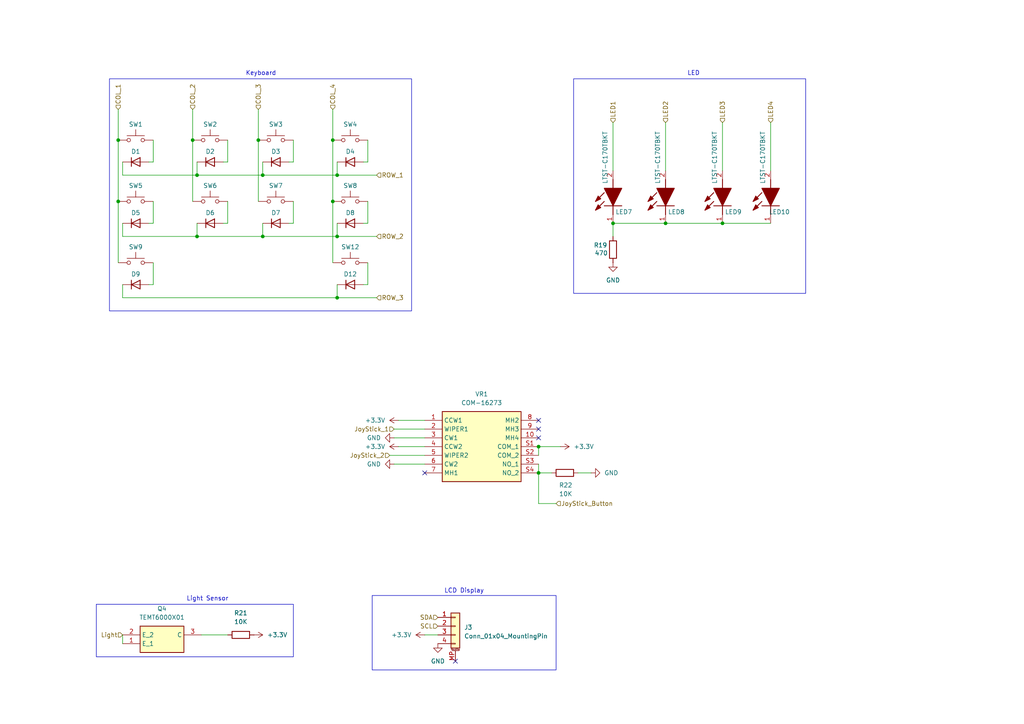
<source format=kicad_sch>
(kicad_sch (version 20250114) (generator "eeschema") (generator_version "9.0")
  (paper "A4")
  (title_block (title "Media-Macroboard - Sensor - Interface"))
  (lib_symbols
    (symbol "COM-16273:COM-16273"
      (property "Reference" "VR" (at 29.21 7.62 0))
      (property "Value" "COM-16273" (at 29.21 5.08 0))
      (symbol "COM-16273_1_1"
        (rectangle (start 5.08 2.54) (end 27.94 -17.78) (stroke (width 0.254)) (fill (type background)))
        (pin passive line (at 0 0 0) (length 5.08) (name "CCW1") (number "1"))
        (pin passive line (at 0 -2.54 0) (length 5.08) (name "WIPER1") (number "2"))
        (pin passive line (at 0 -5.08 0) (length 5.08) (name "CW1") (number "3"))
        (pin passive line (at 0 -7.62 0) (length 5.08) (name "CCW2") (number "4"))
        (pin passive line (at 0 -10.16 0) (length 5.08) (name "WIPER2") (number "5"))
        (pin passive line (at 0 -12.7 0) (length 5.08) (name "CW2") (number "6"))
        (pin passive line (at 0 -15.24 0) (length 5.08) (name "MH1") (number "7"))
        (pin passive line (at 33.02 0 180) (length 5.08) (name "MH2") (number "8"))
        (pin passive line (at 33.02 -2.54 180) (length 5.08) (name "MH3") (number "9"))
        (pin passive line (at 33.02 -5.08 180) (length 5.08) (name "MH4") (number "10"))
        (pin passive line (at 33.02 -7.62 180) (length 5.08) (name "COM_1") (number "S1"))
        (pin passive line (at 33.02 -10.16 180) (length 5.08) (name "COM_2") (number "S2"))
        (pin passive line (at 33.02 -12.7 180) (length 5.08) (name "NO_1") (number "S3"))
        (pin passive line (at 33.02 -15.24 180) (length 5.08) (name "NO_2") (number "S4"))
      )
    )
    (symbol "Connector_Generic_MountingPin:Conn_01x04_MountingPin" (pin_names (offset 1.016) (hide yes))
      (property "Reference" "J" (at 0 5.08 0))
      (property "Value" "Conn_01x04_MountingPin" (at 1.27 -7.62 0))
      (symbol "Conn_01x04_MountingPin_1_1"
        (rectangle (start -1.27 3.81) (end 1.27 -6.35) (stroke (width 0.254)) (fill (type background)))
        (rectangle (start -1.27 2.667) (end 0 2.413) (stroke (width 0.1524)))
        (rectangle (start -1.27 0.127) (end 0 -0.127) (stroke (width 0.1524)))
        (rectangle (start -1.27 -2.413) (end 0 -2.667) (stroke (width 0.1524)))
        (rectangle (start -1.27 -4.953) (end 0 -5.207) (stroke (width 0.1524)))
        (polyline (pts (xy -1.016 -7.112) (xy 1.016 -7.112)) (stroke (width 0.1524)))
        (text "Mounting" (at 0 -6.731 0) (effects (font (size 0.381 0.381))))
        (pin passive line (at -5.08 2.54 0) (length 3.81) (name "Pin_1") (number "1"))
        (pin passive line (at -5.08 0 0) (length 3.81) (name "Pin_2") (number "2"))
        (pin passive line (at -5.08 -2.54 0) (length 3.81) (name "Pin_3") (number "3"))
        (pin passive line (at -5.08 -5.08 0) (length 3.81) (name "Pin_4") (number "4"))
        (pin passive line (at 0 -10.16 90) (length 3.048) (name "MountPin") (number "MP"))
      )
    )
    (symbol "Device:D" (pin_numbers (hide yes)) (pin_names (offset 1.016) (hide yes))
      (property "Reference" "D" (at 0 2.54 0))
      (property "Value" "D" (at 0 -2.54 0))
      (symbol "D_0_1"
        (polyline (pts (xy -1.27 1.27) (xy -1.27 -1.27)) (stroke (width 0.254)))
        (polyline (pts (xy 1.27 1.27) (xy 1.27 -1.27) (xy -1.27 0) (xy 1.27 1.27)) (stroke (width 0.254)))
        (polyline (pts (xy 1.27 0) (xy -1.27 0)))
      )
      (symbol "D_1_1"
        (pin passive line (at -3.81 0 0) (length 2.54) (name "K") (number "1"))
        (pin passive line (at 3.81 0 180) (length 2.54) (name "A") (number "2"))
      )
    )
    (symbol "Device:R" (pin_numbers (hide yes)) (pin_names (offset 0))
      (property "Reference" "R" (at 2.032 0 90))
      (property "Value" "R" (at 0 0 90))
      (symbol "R_0_1"
        (rectangle (start -1.016 -2.54) (end 1.016 2.54) (stroke (width 0.254)))
      )
      (symbol "R_1_1"
        (pin passive line (at 0 3.81 270) (length 1.27) (name "~") (number "1"))
        (pin passive line (at 0 -3.81 90) (length 1.27) (name "~") (number "2"))
      )
    )
    (symbol "LTST-C170TBKT:LTST-C170TBKT" (pin_names (hide yes))
      (property "Reference" "LED" (at 12.7 8.89 0))
      (property "Value" "LTST-C170TBKT" (at 12.7 6.35 0))
      (symbol "LTST-C170TBKT_1_1"
        (polyline (pts (xy 2.54 0) (xy 5.08 0)) (stroke (width 0.254)))
        (polyline (pts (xy 5.08 2.54) (xy 5.08 -2.54)) (stroke (width 0.254)))
        (polyline (pts (xy 5.08 0) (xy 10.16 2.54) (xy 10.16 -2.54) (xy 5.08 0)) (stroke (width 0.254)) (fill (type outline)))
        (polyline (pts (xy 5.334 4.318) (xy 4.572 3.556) (xy 3.81 5.08) (xy 5.334 4.318)) (stroke (width 0.254)) (fill (type outline)))
        (polyline (pts (xy 6.35 2.54) (xy 3.81 5.08)) (stroke (width 0.254)))
        (polyline (pts (xy 7.874 4.318) (xy 7.112 3.556) (xy 6.35 5.08) (xy 7.874 4.318)) (stroke (width 0.254)) (fill (type outline)))
        (polyline (pts (xy 8.89 2.54) (xy 6.35 5.08)) (stroke (width 0.254)))
        (polyline (pts (xy 10.16 0) (xy 12.7 0)) (stroke (width 0.254)))
        (pin passive line (at 0 0 0) (length 2.54) (name "K") (number "1"))
        (pin passive line (at 15.24 0 180) (length 2.54) (name "A") (number "2"))
      )
    )
    (symbol "Switch:SW_MEC_5G" (pin_numbers (hide yes)) (pin_names (offset 1.016) (hide yes))
      (property "Reference" "SW" (at 1.27 2.54 0))
      (property "Value" "SW_MEC_5G" (at 0 -1.524 0))
      (symbol "SW_MEC_5G_0_1"
        (circle (center -2.032 0) (radius 0.508))
        (polyline (pts (xy 0 1.27) (xy 0 3.048)))
        (circle (center 2.032 0) (radius 0.508))
        (polyline (pts (xy 2.54 1.27) (xy -2.54 1.27)))
        (pin passive line (at -5.08 0 0) (length 2.54) (name "A") (number "1"))
        (pin passive line (at 5.08 0 180) (length 2.54) (name "B") (number "3"))
      )
      (symbol "SW_MEC_5G_1_1"
        (pin passive line (at -5.08 0 0) (length 2.54) (hide yes) (name "A") (number "2"))
        (pin passive line (at 5.08 0 180) (length 2.54) (hide yes) (name "B") (number "4"))
      )
    )
    (symbol "TEMT6000X01:TEMT6000X01"
      (property "Reference" "Q" (at 19.05 7.62 0))
      (property "Value" "TEMT6000X01" (at 19.05 5.08 0))
      (symbol "TEMT6000X01_1_1"
        (rectangle (start 5.08 2.54) (end 17.78 -5.08) (stroke (width 0.254)) (fill (type background)))
        (pin passive line (at 0 0 0) (length 5.08) (name "E_2") (number "2"))
        (pin passive line (at 0 -2.54 0) (length 5.08) (name "E_1") (number "1"))
        (pin passive line (at 22.86 0 180) (length 5.08) (name "C") (number "3"))
      )
    )
    (symbol "power:+3.3V" (power) (pin_numbers (hide yes)) (pin_names (offset 0) (hide yes))
      (property "Value" "+3.3V" (at 0 3.556 0))
      (symbol "+3.3V_0_1"
        (polyline (pts (xy -0.762 1.27) (xy 0 2.54)))
        (polyline (pts (xy 0 2.54) (xy 0.762 1.27)))
        (polyline (pts (xy 0 0) (xy 0 2.54)))
      )
      (symbol "+3.3V_1_1"
        (pin power_in line (at 0 0 90) (length 0) (name "~") (number "1"))
      )
    )
    (symbol "power:GND" (power) (pin_numbers (hide yes)) (pin_names (offset 0) (hide yes))
      (property "Value" "GND" (at 0 -3.81 0))
      (symbol "GND_0_1"
        (polyline (pts (xy 0 0) (xy 0 -1.27) (xy 1.27 -1.27) (xy 0 -2.54) (xy -1.27 -1.27) (xy 0 -1.27)))
      )
      (symbol "GND_1_1"
        (pin power_in line (at 0 0 270) (length 0) (name "~") (number "1"))
      )
    )
  )
  (rectangle (start 31.75 22.86) (end 119.38 90.17))
  (rectangle (start 166.37 22.86) (end 233.68 85.09))
  (rectangle (start 107.95 172.72) (end 161.29 194.31))
  (rectangle (start 27.94 175.26) (end 85.09 190.5))
  (text "Light Sensor\n" (at 60.198 173.736 0) (effects (font (size 1.27 1.27))))
  (text "Keyboard\n" (at 75.692 21.336 0) (effects (font (size 1.27 1.27))))
  (text "LED\n" (at 201.168 21.336 0) (effects (font (size 1.27 1.27))))
  (text "LCD Display\n" (at 134.62 171.45 0) (effects (font (size 1.27 1.27))))
  (junction (at 34.29 58.42))
  (junction (at 97.79 68.58))
  (junction (at 96.52 40.64))
  (junction (at 76.2 68.58))
  (junction (at 193.04 64.77))
  (junction (at 209.55 64.77))
  (junction (at 177.8 64.77))
  (junction (at 55.88 40.64))
  (junction (at 57.15 68.58))
  (junction (at 76.2 50.8))
  (junction (at 97.79 86.36))
  (junction (at 74.93 40.64))
  (junction (at 156.21 137.16))
  (junction (at 97.79 50.8))
  (junction (at 34.29 40.64))
  (junction (at 57.15 50.8))
  (junction (at 96.52 58.42))
  (junction (at 156.21 129.54))
  (no_connect (at 156.21 121.92))
  (no_connect (at 123.19 137.16))
  (no_connect (at 156.21 127))
  (no_connect (at 132.08 191.77))
  (no_connect (at 156.21 124.46))
  (wire (pts (xy 76.2 68.58) (xy 97.79 68.58)))
  (wire (pts (xy 35.56 68.58) (xy 57.15 68.58)))
  (wire (pts (xy 193.04 64.77) (xy 209.55 64.77)))
  (wire (pts (xy 106.68 58.42) (xy 106.68 64.77)))
  (wire (pts (xy 114.3 124.46) (xy 123.19 124.46)))
  (wire (pts (xy 55.88 31.75) (xy 55.88 40.64)))
  (wire (pts (xy 96.52 58.42) (xy 96.52 76.2)))
  (wire (pts (xy 44.45 76.2) (xy 44.45 82.55)))
  (wire (pts (xy 106.68 46.99) (xy 105.41 46.99)))
  (wire (pts (xy 156.21 146.05) (xy 156.21 137.16)))
  (wire (pts (xy 44.45 82.55) (xy 43.18 82.55)))
  (wire (pts (xy 156.21 134.62) (xy 156.21 137.16)))
  (wire (pts (xy 85.09 64.77) (xy 83.82 64.77)))
  (wire (pts (xy 35.56 50.8) (xy 57.15 50.8)))
  (wire (pts (xy 35.56 46.99) (xy 35.56 50.8)))
  (wire (pts (xy 193.04 35.56) (xy 193.04 49.53)))
  (wire (pts (xy 76.2 46.99) (xy 76.2 50.8)))
  (wire (pts (xy 57.15 50.8) (xy 76.2 50.8)))
  (wire (pts (xy 34.29 40.64) (xy 34.29 58.42)))
  (wire (pts (xy 97.79 86.36) (xy 97.79 82.55)))
  (wire (pts (xy 44.45 64.77) (xy 43.18 64.77)))
  (wire (pts (xy 156.21 129.54) (xy 162.56 129.54)))
  (wire (pts (xy 76.2 50.8) (xy 97.79 50.8)))
  (wire (pts (xy 35.56 86.36) (xy 97.79 86.36)))
  (wire (pts (xy 66.04 40.64) (xy 66.04 46.99)))
  (wire (pts (xy 96.52 31.75) (xy 96.52 40.64)))
  (wire (pts (xy 97.79 68.58) (xy 97.79 64.77)))
  (wire (pts (xy 57.15 64.77) (xy 57.15 68.58)))
  (wire (pts (xy 74.93 40.64) (xy 74.93 58.42)))
  (wire (pts (xy 161.29 146.05) (xy 156.21 146.05)))
  (wire (pts (xy 209.55 35.56) (xy 209.55 49.53)))
  (wire (pts (xy 167.64 137.16) (xy 171.45 137.16)))
  (wire (pts (xy 177.8 64.77) (xy 177.8 68.58)))
  (wire (pts (xy 193.04 64.77) (xy 177.8 64.77)))
  (wire (pts (xy 58.42 184.15) (xy 66.04 184.15)))
  (wire (pts (xy 44.45 40.64) (xy 44.45 46.99)))
  (wire (pts (xy 57.15 46.99) (xy 57.15 50.8)))
  (wire (pts (xy 85.09 46.99) (xy 83.82 46.99)))
  (wire (pts (xy 66.04 64.77) (xy 64.77 64.77)))
  (wire (pts (xy 123.19 184.15) (xy 127 184.15)))
  (wire (pts (xy 209.55 64.77) (xy 223.52 64.77)))
  (wire (pts (xy 66.04 46.99) (xy 64.77 46.99)))
  (wire (pts (xy 96.52 40.64) (xy 96.52 58.42)))
  (wire (pts (xy 106.68 82.55) (xy 105.41 82.55)))
  (wire (pts (xy 66.04 58.42) (xy 66.04 64.77)))
  (wire (pts (xy 106.68 64.77) (xy 105.41 64.77)))
  (wire (pts (xy 97.79 50.8) (xy 109.22 50.8)))
  (wire (pts (xy 44.45 58.42) (xy 44.45 64.77)))
  (wire (pts (xy 106.68 76.2) (xy 106.68 82.55)))
  (wire (pts (xy 156.21 129.54) (xy 156.21 132.08)))
  (wire (pts (xy 115.57 129.54) (xy 123.19 129.54)))
  (wire (pts (xy 57.15 68.58) (xy 76.2 68.58)))
  (wire (pts (xy 44.45 46.99) (xy 43.18 46.99)))
  (wire (pts (xy 223.52 35.56) (xy 223.52 49.53)))
  (wire (pts (xy 74.93 31.75) (xy 74.93 40.64)))
  (wire (pts (xy 114.3 127) (xy 123.19 127)))
  (wire (pts (xy 113.03 132.08) (xy 123.19 132.08)))
  (wire (pts (xy 35.56 82.55) (xy 35.56 86.36)))
  (wire (pts (xy 85.09 58.42) (xy 85.09 64.77)))
  (wire (pts (xy 35.56 64.77) (xy 35.56 68.58)))
  (wire (pts (xy 106.68 40.64) (xy 106.68 46.99)))
  (wire (pts (xy 76.2 64.77) (xy 76.2 68.58)))
  (wire (pts (xy 55.88 40.64) (xy 55.88 58.42)))
  (wire (pts (xy 85.09 40.64) (xy 85.09 46.99)))
  (wire (pts (xy 34.29 31.75) (xy 34.29 40.64)))
  (wire (pts (xy 34.29 58.42) (xy 34.29 76.2)))
  (wire (pts (xy 97.79 50.8) (xy 97.79 46.99)))
  (wire (pts (xy 156.21 137.16) (xy 160.02 137.16)))
  (wire (pts (xy 97.79 86.36) (xy 109.22 86.36)))
  (wire (pts (xy 115.57 121.92) (xy 123.19 121.92)))
  (wire (pts (xy 114.3 134.62) (xy 123.19 134.62)))
  (wire (pts (xy 177.8 35.56) (xy 177.8 49.53)))
  (wire (pts (xy 35.56 184.15) (xy 35.56 186.69)))
  (wire (pts (xy 97.79 68.58) (xy 109.22 68.58)))
  (hierarchical_label "SCL" (shape input) (at 127 181.61 180))
  (hierarchical_label "LED2" (shape input) (at 193.04 35.56 90))
  (hierarchical_label "COL_3" (shape input) (at 74.93 31.75 90))
  (hierarchical_label "LED1" (shape input) (at 177.8 35.56 90))
  (hierarchical_label "ROW_2" (shape input) (at 109.22 68.58 0))
  (hierarchical_label "COL_1" (shape input) (at 34.29 31.75 90))
  (hierarchical_label "COL_2" (shape input) (at 55.88 31.75 90))
  (hierarchical_label "COL_4" (shape input) (at 96.52 31.75 90))
  (hierarchical_label "ROW_3" (shape input) (at 109.22 86.36 0))
  (hierarchical_label "JoyStick_2" (shape input) (at 113.03 132.08 180))
  (hierarchical_label "LED3" (shape input) (at 209.55 35.56 90))
  (hierarchical_label "SDA" (shape input) (at 127 179.07 180))
  (hierarchical_label "LED4" (shape input) (at 223.52 35.56 90))
  (hierarchical_label "JoyStick_1" (shape input) (at 114.3 124.46 180))
  (hierarchical_label "Light" (shape input) (at 35.56 184.15 180))
  (hierarchical_label "ROW_1" (shape input) (at 109.22 50.8 0))
  (hierarchical_label "JoyStick_Button" (shape input) (at 161.29 146.05 0))
  (symbol (lib_id "Switch:SW_MEC_5G") (at 39.37 58.42 0) (unit 1)
    (property "Reference" "SW5" (at 39.37 53.848 0))
    (property "Value" "SW_MEC_5G" (effects (hide yes)))
    (property "Footprint" "PCM_Switch_Keyboard_Cherry_MX:SW_Cherry_MX_PCB_1.00u" (effects (hide yes)))
    (property "Datasheet" "http://www.apem.com/int/index.php?controller=attachment&id_attachment=488" (effects (hide yes)))
    (property "Description" "MEC 5G single pole normally-open tactile switch" (effects (hide yes)))
  )
  (symbol (lib_id "Device:D") (at 39.37 82.55 0) (unit 1)
    (property "Reference" "D9" (at 39.37 79.502 0))
    (property "Value" "D" (effects (hide yes)))
    (property "Footprint" "Diode_SMD:D_0805_2012Metric_Pad1.15x1.40mm_HandSolder" (effects (hide yes)))
    (property "Description" "Diode" (effects (hide yes)))
    (property "Sim.Device" "D" (effects (hide yes)))
    (property "Sim.Pins" "1=K 2=A" (effects (hide yes)))
  )
  (symbol (lib_id "power:+3.3V") (at 115.57 121.92 90) (unit 1)
    (property "Reference" "#PWR035" (effects (hide yes)))
    (property "Value" "+3.3V" (at 111.76 121.9199 90) (effects (justify left)))
    (property "Description" "Power symbol creates a global label with name \"+3.3V\"" (effects (hide yes)))
  )
  (symbol (lib_id "Device:D") (at 101.6 64.77 0) (unit 1)
    (property "Reference" "D8" (at 101.6 61.722 0))
    (property "Value" "D" (effects (hide yes)))
    (property "Footprint" "Diode_SMD:D_0805_2012Metric_Pad1.15x1.40mm_HandSolder" (effects (hide yes)))
    (property "Description" "Diode" (effects (hide yes)))
    (property "Sim.Device" "D" (effects (hide yes)))
    (property "Sim.Pins" "1=K 2=A" (effects (hide yes)))
  )
  (symbol (lib_id "power:GND") (at 177.8 76.2 0) (unit 1)
    (property "Reference" "#PWR034" (effects (hide yes)))
    (property "Value" "GND" (at 177.8 81.28 0))
    (property "Description" "Power symbol creates a global label with name \"GND\" , ground" (effects (hide yes)))
  )
  (symbol (lib_id "LTST-C170TBKT:LTST-C170TBKT") (at 223.52 64.77 90) (unit 1)
    (property "Reference" "LED10" (at 229.108 61.468 90) (effects (justify left)))
    (property "Value" "LTST-C170TBKT" (at 221.234 53.34 0) (effects (justify left)))
    (property "Footprint" "Footprints:LEDC2012X120N" (effects (hide yes)))
    (property "Datasheet" "https://componentsearchengine.com/Datasheets/1/LTST-C170TBKT.pdf" (effects (hide yes)))
    (property "Description" "LED,SMD,0805,Blue,28mcd,130deg" (effects (hide yes)))
    (property "Height" "1.2" (effects (hide yes)))
    (property "Mouser Part Number" "859-LTST-C170TBKT" (effects (hide yes)))
    (property "Mouser Price/Stock" "https://www.mouser.co.uk/ProductDetail/Lite-On/LTST-C170TBKT?qs=0uL0gcxEMop2ooGmIUzw3A%3D%3D" (effects (hide yes)))
    (property "Manufacturer_Name" "Lite-On" (effects (hide yes)))
    (property "Manufacturer_Part_Number" "LTST-C170TBKT" (effects (hide yes)))
  )
  (symbol (lib_id "power:+3.3V") (at 115.57 129.54 90) (unit 1)
    (property "Reference" "#PWR036" (effects (hide yes)))
    (property "Value" "+3.3V" (at 111.76 129.5399 90) (effects (justify left)))
    (property "Description" "Power symbol creates a global label with name \"+3.3V\"" (effects (hide yes)))
  )
  (symbol (lib_id "LTST-C170TBKT:LTST-C170TBKT") (at 177.8 64.77 90) (unit 1)
    (property "Reference" "LED7" (at 183.388 61.468 90) (effects (justify left)))
    (property "Value" "LTST-C170TBKT" (at 175.514 53.34 0) (effects (justify left)))
    (property "Footprint" "Footprints:LEDC2012X120N" (effects (hide yes)))
    (property "Datasheet" "https://componentsearchengine.com/Datasheets/1/LTST-C170TBKT.pdf" (effects (hide yes)))
    (property "Description" "LED,SMD,0805,Blue,28mcd,130deg" (effects (hide yes)))
    (property "Height" "1.2" (effects (hide yes)))
    (property "Mouser Part Number" "859-LTST-C170TBKT" (effects (hide yes)))
    (property "Mouser Price/Stock" "https://www.mouser.co.uk/ProductDetail/Lite-On/LTST-C170TBKT?qs=0uL0gcxEMop2ooGmIUzw3A%3D%3D" (effects (hide yes)))
    (property "Manufacturer_Name" "Lite-On" (effects (hide yes)))
    (property "Manufacturer_Part_Number" "LTST-C170TBKT" (effects (hide yes)))
  )
  (symbol (lib_id "TEMT6000X01:TEMT6000X01") (at 35.56 184.15 0) (unit 1)
    (property "Reference" "Q4" (at 46.99 176.53 0))
    (property "Value" "TEMT6000X01" (at 46.99 179.07 0))
    (property "Footprint" "Footprints:TEMT6000X01" (effects (hide yes)))
    (property "Datasheet" "https://www.vishay.com/docs/81579/temt6000.pdf" (effects (hide yes)))
    (property "Description" "Ambient Light Sensor 570nm SMD3 Vishay TEMT6000X01 +/-60  Visible Light Phototransistor, Surface Mount 3-Pin 1206 package" (effects (hide yes)))
    (property "Mouser Part Number" "78-TEMT6000" (effects (hide yes)))
    (property "Mouser Price/Stock" "https://www.mouser.co.uk/ProductDetail/Vishay-Semiconductors/TEMT6000X01?qs=%2Fjqivxn91ccZGXDwz0wGxg%3D%3D" (effects (hide yes)))
    (property "Manufacturer_Name" "Vishay" (effects (hide yes)))
    (property "Manufacturer_Part_Number" "TEMT6000X01" (effects (hide yes)))
  )
  (symbol (lib_id "power:+3.3V") (at 123.19 184.15 90) (unit 1)
    (property "Reference" "#PWR033" (effects (hide yes)))
    (property "Value" "+3.3V" (at 119.38 184.1499 90) (effects (justify left)))
    (property "Description" "Power symbol creates a global label with name \"+3.3V\"" (effects (hide yes)))
  )
  (symbol (lib_id "Switch:SW_MEC_5G") (at 39.37 40.64 0) (unit 1)
    (property "Reference" "SW1" (at 39.37 36.068 0))
    (property "Value" "SW_MEC_5G" (effects (hide yes)))
    (property "Footprint" "PCM_Switch_Keyboard_Cherry_MX:SW_Cherry_MX_PCB_1.00u" (effects (hide yes)))
    (property "Datasheet" "http://www.apem.com/int/index.php?controller=attachment&id_attachment=488" (effects (hide yes)))
    (property "Description" "MEC 5G single pole normally-open tactile switch" (effects (hide yes)))
  )
  (symbol (lib_id "power:+3.3V") (at 162.56 129.54 270) (unit 1)
    (property "Reference" "#PWR039" (effects (hide yes)))
    (property "Value" "+3.3V" (at 166.37 129.5399 90) (effects (justify left)))
    (property "Description" "Power symbol creates a global label with name \"+3.3V\"" (effects (hide yes)))
  )
  (symbol (lib_id "power:GND") (at 114.3 134.62 270) (unit 1)
    (property "Reference" "#PWR038" (effects (hide yes)))
    (property "Value" "GND" (at 110.49 134.6199 90) (effects (justify right)))
    (property "Description" "Power symbol creates a global label with name \"GND\" , ground" (effects (hide yes)))
  )
  (symbol (lib_id "Switch:SW_MEC_5G") (at 101.6 58.42 0) (unit 1)
    (property "Reference" "SW8" (at 101.6 53.848 0))
    (property "Value" "SW_MEC_5G" (effects (hide yes)))
    (property "Footprint" "PCM_Switch_Keyboard_Cherry_MX:SW_Cherry_MX_PCB_1.00u" (effects (hide yes)))
    (property "Datasheet" "http://www.apem.com/int/index.php?controller=attachment&id_attachment=488" (effects (hide yes)))
    (property "Description" "MEC 5G single pole normally-open tactile switch" (effects (hide yes)))
  )
  (symbol (lib_id "LTST-C170TBKT:LTST-C170TBKT") (at 193.04 64.77 90) (unit 1)
    (property "Reference" "LED8" (at 198.628 61.468 90) (effects (justify left)))
    (property "Value" "LTST-C170TBKT" (at 190.754 53.34 0) (effects (justify left)))
    (property "Footprint" "Footprints:LEDC2012X120N" (effects (hide yes)))
    (property "Datasheet" "https://componentsearchengine.com/Datasheets/1/LTST-C170TBKT.pdf" (effects (hide yes)))
    (property "Description" "LED,SMD,0805,Blue,28mcd,130deg" (effects (hide yes)))
    (property "Height" "1.2" (effects (hide yes)))
    (property "Mouser Part Number" "859-LTST-C170TBKT" (effects (hide yes)))
    (property "Mouser Price/Stock" "https://www.mouser.co.uk/ProductDetail/Lite-On/LTST-C170TBKT?qs=0uL0gcxEMop2ooGmIUzw3A%3D%3D" (effects (hide yes)))
    (property "Manufacturer_Name" "Lite-On" (effects (hide yes)))
    (property "Manufacturer_Part_Number" "LTST-C170TBKT" (effects (hide yes)))
  )
  (symbol (lib_id "power:GND") (at 127 186.69 0) (unit 1)
    (property "Reference" "#PWR030" (effects (hide yes)))
    (property "Value" "GND" (at 127 191.77 0))
    (property "Description" "Power symbol creates a global label with name \"GND\" , ground" (effects (hide yes)))
  )
  (symbol (lib_id "Device:R") (at 163.83 137.16 270) (unit 1)
    (property "Reference" "R22" (at 164.084 140.716 90))
    (property "Value" "10K" (at 164.084 143.256 90))
    (property "Footprint" "Resistor_SMD:R_0805_2012Metric_Pad1.20x1.40mm_HandSolder" (effects (hide yes)))
    (property "Description" "Resistor" (effects (hide yes)))
  )
  (symbol (lib_id "Device:D") (at 101.6 46.99 0) (unit 1)
    (property "Reference" "D4" (at 101.6 43.942 0))
    (property "Value" "D" (effects (hide yes)))
    (property "Footprint" "Diode_SMD:D_0805_2012Metric_Pad1.15x1.40mm_HandSolder" (effects (hide yes)))
    (property "Description" "Diode" (effects (hide yes)))
    (property "Sim.Device" "D" (effects (hide yes)))
    (property "Sim.Pins" "1=K 2=A" (effects (hide yes)))
  )
  (symbol (lib_id "Device:R") (at 69.85 184.15 90) (unit 1)
    (property "Reference" "R21" (at 69.85 177.8 90))
    (property "Value" "10K" (at 69.85 180.34 90))
    (property "Footprint" "Resistor_SMD:R_0805_2012Metric_Pad1.20x1.40mm_HandSolder" (effects (hide yes)))
    (property "Description" "Resistor" (effects (hide yes)))
  )
  (symbol (lib_id "Device:D") (at 80.01 64.77 0) (unit 1)
    (property "Reference" "D7" (at 80.01 61.722 0))
    (property "Value" "D" (effects (hide yes)))
    (property "Footprint" "Diode_SMD:D_0805_2012Metric_Pad1.15x1.40mm_HandSolder" (effects (hide yes)))
    (property "Description" "Diode" (effects (hide yes)))
    (property "Sim.Device" "D" (effects (hide yes)))
    (property "Sim.Pins" "1=K 2=A" (effects (hide yes)))
  )
  (symbol (lib_id "Switch:SW_MEC_5G") (at 80.01 58.42 0) (unit 1)
    (property "Reference" "SW7" (at 80.01 53.848 0))
    (property "Value" "SW_MEC_5G" (effects (hide yes)))
    (property "Footprint" "PCM_Switch_Keyboard_Cherry_MX:SW_Cherry_MX_PCB_1.00u" (effects (hide yes)))
    (property "Datasheet" "http://www.apem.com/int/index.php?controller=attachment&id_attachment=488" (effects (hide yes)))
    (property "Description" "MEC 5G single pole normally-open tactile switch" (effects (hide yes)))
  )
  (symbol (lib_id "Device:D") (at 39.37 46.99 0) (unit 1)
    (property "Reference" "D1" (at 39.37 43.942 0))
    (property "Value" "D" (effects (hide yes)))
    (property "Footprint" "Diode_SMD:D_0805_2012Metric_Pad1.15x1.40mm_HandSolder" (effects (hide yes)))
    (property "Description" "Diode" (effects (hide yes)))
    (property "Sim.Device" "D" (effects (hide yes)))
    (property "Sim.Pins" "1=K 2=A" (effects (hide yes)))
  )
  (symbol (lib_id "Device:D") (at 101.6 82.55 0) (unit 1)
    (property "Reference" "D12" (at 101.6 79.502 0))
    (property "Value" "D" (effects (hide yes)))
    (property "Footprint" "Diode_SMD:D_0805_2012Metric_Pad1.15x1.40mm_HandSolder" (effects (hide yes)))
    (property "Description" "Diode" (effects (hide yes)))
    (property "Sim.Device" "D" (effects (hide yes)))
    (property "Sim.Pins" "1=K 2=A" (effects (hide yes)))
  )
  (symbol (lib_id "Switch:SW_MEC_5G") (at 101.6 40.64 0) (unit 1)
    (property "Reference" "SW4" (at 101.6 36.068 0))
    (property "Value" "SW_MEC_5G" (effects (hide yes)))
    (property "Footprint" "PCM_Switch_Keyboard_Cherry_MX:SW_Cherry_MX_PCB_1.00u" (effects (hide yes)))
    (property "Datasheet" "http://www.apem.com/int/index.php?controller=attachment&id_attachment=488" (effects (hide yes)))
    (property "Description" "MEC 5G single pole normally-open tactile switch" (effects (hide yes)))
  )
  (symbol (lib_id "Switch:SW_MEC_5G") (at 60.96 40.64 0) (unit 1)
    (property "Reference" "SW2" (at 60.96 36.068 0))
    (property "Value" "SW_MEC_5G" (effects (hide yes)))
    (property "Footprint" "PCM_Switch_Keyboard_Cherry_MX:SW_Cherry_MX_PCB_1.00u" (effects (hide yes)))
    (property "Datasheet" "http://www.apem.com/int/index.php?controller=attachment&id_attachment=488" (effects (hide yes)))
    (property "Description" "MEC 5G single pole normally-open tactile switch" (effects (hide yes)))
  )
  (symbol (lib_id "power:+3.3V") (at 73.66 184.15 270) (unit 1)
    (property "Reference" "#PWR032" (effects (hide yes)))
    (property "Value" "+3.3V" (at 77.47 184.1499 90) (effects (justify left)))
    (property "Description" "Power symbol creates a global label with name \"+3.3V\"" (effects (hide yes)))
  )
  (symbol (lib_id "power:GND") (at 171.45 137.16 90) (unit 1)
    (property "Reference" "#PWR040" (effects (hide yes)))
    (property "Value" "GND" (at 175.26 137.1599 90) (effects (justify right)))
    (property "Description" "Power symbol creates a global label with name \"GND\" , ground" (effects (hide yes)))
  )
  (symbol (lib_id "Switch:SW_MEC_5G") (at 39.37 76.2 0) (unit 1)
    (property "Reference" "SW9" (at 39.37 71.628 0))
    (property "Value" "SW_MEC_5G" (effects (hide yes)))
    (property "Footprint" "PCM_Switch_Keyboard_Cherry_MX:SW_Cherry_MX_PCB_1.00u" (effects (hide yes)))
    (property "Datasheet" "http://www.apem.com/int/index.php?controller=attachment&id_attachment=488" (effects (hide yes)))
    (property "Description" "MEC 5G single pole normally-open tactile switch" (effects (hide yes)))
  )
  (symbol (lib_id "Switch:SW_MEC_5G") (at 101.6 76.2 0) (unit 1)
    (property "Reference" "SW12" (at 101.6 71.628 0))
    (property "Value" "SW_MEC_5G" (effects (hide yes)))
    (property "Footprint" "PCM_Switch_Keyboard_Cherry_MX:SW_Cherry_MX_PCB_1.00u" (effects (hide yes)))
    (property "Datasheet" "http://www.apem.com/int/index.php?controller=attachment&id_attachment=488" (effects (hide yes)))
    (property "Description" "MEC 5G single pole normally-open tactile switch" (effects (hide yes)))
  )
  (symbol (lib_id "Switch:SW_MEC_5G") (at 80.01 40.64 0) (unit 1)
    (property "Reference" "SW3" (at 80.01 36.068 0))
    (property "Value" "SW_MEC_5G" (effects (hide yes)))
    (property "Footprint" "PCM_Switch_Keyboard_Cherry_MX:SW_Cherry_MX_PCB_1.00u" (effects (hide yes)))
    (property "Datasheet" "http://www.apem.com/int/index.php?controller=attachment&id_attachment=488" (effects (hide yes)))
    (property "Description" "MEC 5G single pole normally-open tactile switch" (effects (hide yes)))
  )
  (symbol (lib_id "Device:D") (at 60.96 46.99 0) (unit 1)
    (property "Reference" "D2" (at 60.96 43.942 0))
    (property "Value" "D" (effects (hide yes)))
    (property "Footprint" "Diode_SMD:D_0805_2012Metric_Pad1.15x1.40mm_HandSolder" (effects (hide yes)))
    (property "Description" "Diode" (effects (hide yes)))
    (property "Sim.Device" "D" (effects (hide yes)))
    (property "Sim.Pins" "1=K 2=A" (effects (hide yes)))
  )
  (symbol (lib_id "Device:D") (at 80.01 46.99 0) (unit 1)
    (property "Reference" "D3" (at 80.01 43.942 0))
    (property "Value" "D" (effects (hide yes)))
    (property "Footprint" "Diode_SMD:D_0805_2012Metric_Pad1.15x1.40mm_HandSolder" (effects (hide yes)))
    (property "Description" "Diode" (effects (hide yes)))
    (property "Sim.Device" "D" (effects (hide yes)))
    (property "Sim.Pins" "1=K 2=A" (effects (hide yes)))
  )
  (symbol (lib_id "Switch:SW_MEC_5G") (at 60.96 58.42 0) (unit 1)
    (property "Reference" "SW6" (at 60.96 53.848 0))
    (property "Value" "SW_MEC_5G" (effects (hide yes)))
    (property "Footprint" "PCM_Switch_Keyboard_Cherry_MX:SW_Cherry_MX_PCB_1.00u" (effects (hide yes)))
    (property "Datasheet" "http://www.apem.com/int/index.php?controller=attachment&id_attachment=488" (effects (hide yes)))
    (property "Description" "MEC 5G single pole normally-open tactile switch" (effects (hide yes)))
  )
  (symbol (lib_id "LTST-C170TBKT:LTST-C170TBKT") (at 209.55 64.77 90) (unit 1)
    (property "Reference" "LED9" (at 215.138 61.468 90) (effects (justify left)))
    (property "Value" "LTST-C170TBKT" (at 207.264 53.34 0) (effects (justify left)))
    (property "Footprint" "Footprints:LEDC2012X120N" (effects (hide yes)))
    (property "Datasheet" "https://componentsearchengine.com/Datasheets/1/LTST-C170TBKT.pdf" (effects (hide yes)))
    (property "Description" "LED,SMD,0805,Blue,28mcd,130deg" (effects (hide yes)))
    (property "Height" "1.2" (effects (hide yes)))
    (property "Mouser Part Number" "859-LTST-C170TBKT" (effects (hide yes)))
    (property "Mouser Price/Stock" "https://www.mouser.co.uk/ProductDetail/Lite-On/LTST-C170TBKT?qs=0uL0gcxEMop2ooGmIUzw3A%3D%3D" (effects (hide yes)))
    (property "Manufacturer_Name" "Lite-On" (effects (hide yes)))
    (property "Manufacturer_Part_Number" "LTST-C170TBKT" (effects (hide yes)))
  )
  (symbol (lib_id "Device:D") (at 39.37 64.77 0) (unit 1)
    (property "Reference" "D5" (at 39.37 61.722 0))
    (property "Value" "D" (effects (hide yes)))
    (property "Footprint" "Diode_SMD:D_0805_2012Metric_Pad1.15x1.40mm_HandSolder" (effects (hide yes)))
    (property "Description" "Diode" (effects (hide yes)))
    (property "Sim.Device" "D" (effects (hide yes)))
    (property "Sim.Pins" "1=K 2=A" (effects (hide yes)))
  )
  (symbol (lib_id "COM-16273:COM-16273") (at 123.19 121.92 0) (unit 1)
    (property "Reference" "VR1" (at 139.7 114.3 0))
    (property "Value" "COM-16273" (at 139.7 116.84 0))
    (property "Footprint" "Footprints:COM16273" (effects (hide yes)))
    (property "Datasheet" "https://cdn.sparkfun.com/assets/f/e/3/8/0/3D16A1N-T-50___________.pdf" (effects (hide yes)))
    (property "Description" "Joystick, 2 - Axis Analog (Resistive) Output" (effects (hide yes)))
    (property "Height" "19.5" (effects (hide yes)))
    (property "Mouser Part Number" "474-COM-16273" (effects (hide yes)))
    (property "Mouser Price/Stock" "https://www.mouser.co.uk/ProductDetail/SparkFun/COM-16273?qs=DPoM0jnrROWh8LlDtBljIg%3D%3D" (effects (hide yes)))
    (property "Manufacturer_Name" "SparkFun" (effects (hide yes)))
    (property "Manufacturer_Part_Number" "COM-16273" (effects (hide yes)))
  )
  (symbol (lib_id "Connector_Generic_MountingPin:Conn_01x04_MountingPin") (at 132.08 181.61 0) (unit 1)
    (property "Reference" "J3" (at 134.62 181.9655 0) (effects (justify left)))
    (property "Value" "Conn_01x04_MountingPin" (at 134.62 184.5055 0) (effects (justify left)))
    (property "Footprint" "Connector_PinHeader_2.54mm:PinHeader_1x04_P2.54mm_Vertical" (effects (hide yes)))
    (property "Description" "Generic connectable mounting pin connector, single row, 01x04, script generated (kicad-library-utils/schlib/autogen/connector/)" (effects (hide yes)))
  )
  (symbol (lib_id "power:GND") (at 114.3 127 270) (unit 1)
    (property "Reference" "#PWR037" (effects (hide yes)))
    (property "Value" "GND" (at 110.49 126.9999 90) (effects (justify right)))
    (property "Description" "Power symbol creates a global label with name \"GND\" , ground" (effects (hide yes)))
  )
  (symbol (lib_id "Device:R") (at 177.8 72.39 0) (unit 1)
    (property "Reference" "R19" (at 172.212 71.12 0) (effects (justify left)))
    (property "Value" "470" (at 172.466 73.406 0) (effects (justify left)))
    (property "Footprint" "Resistor_SMD:R_0805_2012Metric_Pad1.20x1.40mm_HandSolder" (effects (hide yes)))
    (property "Description" "Resistor" (effects (hide yes)))
  )
  (symbol (lib_id "Device:D") (at 60.96 64.77 0) (unit 1)
    (property "Reference" "D6" (at 60.96 61.722 0))
    (property "Value" "D" (effects (hide yes)))
    (property "Footprint" "Diode_SMD:D_0805_2012Metric_Pad1.15x1.40mm_HandSolder" (effects (hide yes)))
    (property "Description" "Diode" (effects (hide yes)))
    (property "Sim.Device" "D" (effects (hide yes)))
    (property "Sim.Pins" "1=K 2=A" (effects (hide yes)))
  )
)
</source>
